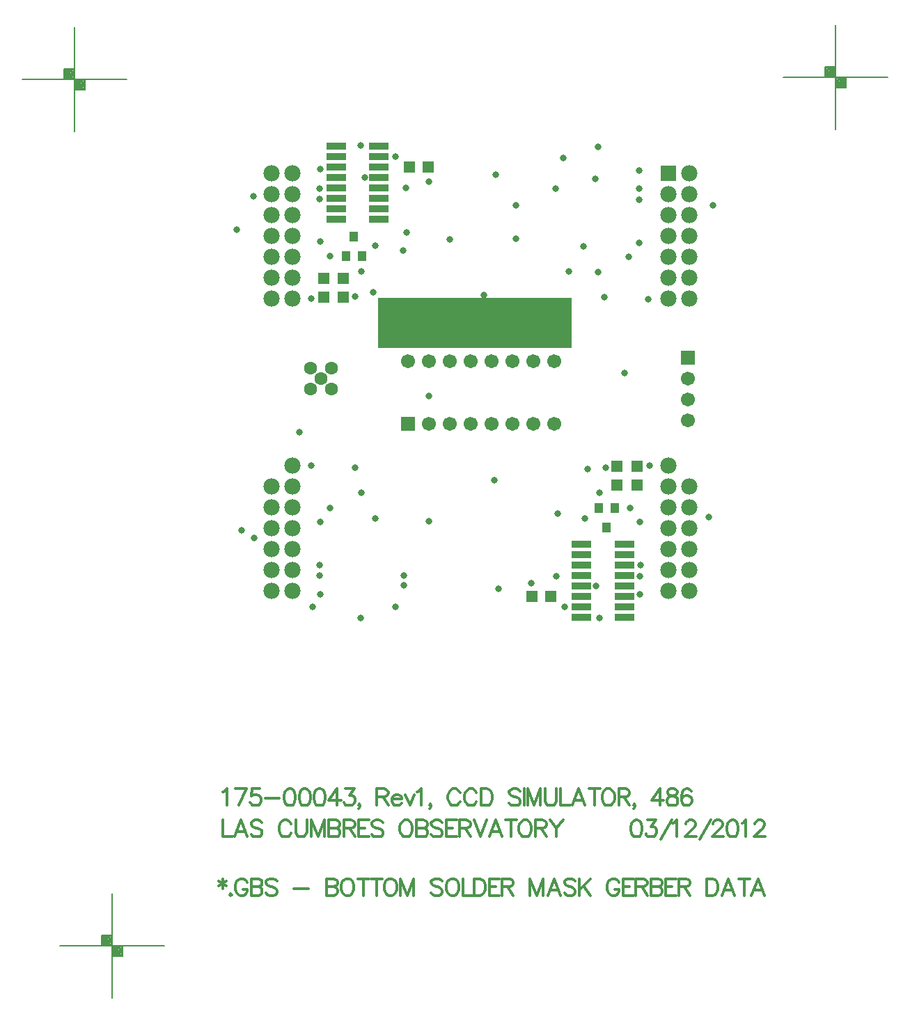
<source format=gbs>
%FSLAX23Y23*%
%MOIN*%
G70*
G01*
G75*
G04 Layer_Color=16711935*
%ADD10R,0.070X0.135*%
%ADD11R,0.087X0.024*%
%ADD12R,0.135X0.070*%
%ADD13R,0.050X0.050*%
%ADD14R,0.050X0.050*%
%ADD15R,0.035X0.037*%
%ADD16R,0.035X0.037*%
%ADD17C,0.010*%
%ADD18C,0.012*%
%ADD19C,0.008*%
%ADD20C,0.012*%
%ADD21C,0.012*%
%ADD22R,0.059X0.059*%
%ADD23C,0.059*%
%ADD24C,0.055*%
%ADD25R,0.070X0.070*%
%ADD26C,0.070*%
%ADD27C,0.024*%
%ADD28C,0.040*%
%ADD29C,0.075*%
G04:AMPARAMS|DCode=30|XSize=95.433mil|YSize=95.433mil|CornerRadius=0mil|HoleSize=0mil|Usage=FLASHONLY|Rotation=0.000|XOffset=0mil|YOffset=0mil|HoleType=Round|Shape=Relief|Width=10mil|Gap=10mil|Entries=4|*
%AMTHD30*
7,0,0,0.095,0.075,0.010,45*
%
%ADD30THD30*%
G04:AMPARAMS|DCode=31|XSize=93.465mil|YSize=93.465mil|CornerRadius=0mil|HoleSize=0mil|Usage=FLASHONLY|Rotation=0.000|XOffset=0mil|YOffset=0mil|HoleType=Round|Shape=Relief|Width=10mil|Gap=10mil|Entries=4|*
%AMTHD31*
7,0,0,0.093,0.073,0.010,45*
%
%ADD31THD31*%
%ADD32C,0.073*%
G04:AMPARAMS|DCode=33|XSize=100mil|YSize=100mil|CornerRadius=0mil|HoleSize=0mil|Usage=FLASHONLY|Rotation=0.000|XOffset=0mil|YOffset=0mil|HoleType=Round|Shape=Relief|Width=10mil|Gap=10mil|Entries=4|*
%AMTHD33*
7,0,0,0.100,0.080,0.010,45*
%
%ADD33THD33*%
%ADD34C,0.080*%
%ADD35C,0.050*%
G04:AMPARAMS|DCode=36|XSize=70mil|YSize=70mil|CornerRadius=0mil|HoleSize=0mil|Usage=FLASHONLY|Rotation=0.000|XOffset=0mil|YOffset=0mil|HoleType=Round|Shape=Relief|Width=10mil|Gap=10mil|Entries=4|*
%AMTHD36*
7,0,0,0.070,0.050,0.010,45*
%
%ADD36THD36*%
%ADD37C,0.005*%
%ADD38C,0.006*%
%ADD39C,0.008*%
%ADD40C,0.010*%
%ADD41C,0.024*%
%ADD42C,0.010*%
%ADD43C,0.007*%
%ADD44R,0.169X0.072*%
%ADD45R,0.078X0.143*%
%ADD46R,0.095X0.032*%
%ADD47R,0.143X0.078*%
%ADD48R,0.058X0.058*%
%ADD49R,0.058X0.058*%
%ADD50R,0.043X0.045*%
%ADD51R,0.043X0.045*%
%ADD52R,0.067X0.067*%
%ADD53C,0.067*%
%ADD54C,0.063*%
%ADD55R,0.078X0.078*%
%ADD56C,0.078*%
%ADD57C,0.032*%
%ADD58R,0.927X0.242*%
D18*
X14113Y6377D02*
Y6331D01*
X14094Y6366D02*
X14132Y6343D01*
Y6366D02*
X14094Y6343D01*
X14152Y6305D02*
X14148Y6301D01*
X14152Y6297D01*
X14156Y6301D01*
X14152Y6305D01*
X14231Y6358D02*
X14227Y6366D01*
X14219Y6373D01*
X14212Y6377D01*
X14196D01*
X14189Y6373D01*
X14181Y6366D01*
X14177Y6358D01*
X14174Y6347D01*
Y6327D01*
X14177Y6316D01*
X14181Y6308D01*
X14189Y6301D01*
X14196Y6297D01*
X14212D01*
X14219Y6301D01*
X14227Y6308D01*
X14231Y6316D01*
Y6327D01*
X14212D02*
X14231D01*
X14249Y6377D02*
Y6297D01*
Y6377D02*
X14283D01*
X14295Y6373D01*
X14299Y6369D01*
X14302Y6362D01*
Y6354D01*
X14299Y6347D01*
X14295Y6343D01*
X14283Y6339D01*
X14249D02*
X14283D01*
X14295Y6335D01*
X14299Y6331D01*
X14302Y6324D01*
Y6312D01*
X14299Y6305D01*
X14295Y6301D01*
X14283Y6297D01*
X14249D01*
X14374Y6366D02*
X14366Y6373D01*
X14355Y6377D01*
X14339D01*
X14328Y6373D01*
X14320Y6366D01*
Y6358D01*
X14324Y6350D01*
X14328Y6347D01*
X14335Y6343D01*
X14358Y6335D01*
X14366Y6331D01*
X14370Y6327D01*
X14374Y6320D01*
Y6308D01*
X14366Y6301D01*
X14355Y6297D01*
X14339D01*
X14328Y6301D01*
X14320Y6308D01*
X14454Y6331D02*
X14523D01*
X14609Y6377D02*
Y6297D01*
Y6377D02*
X14644D01*
X14655Y6373D01*
X14659Y6369D01*
X14663Y6362D01*
Y6354D01*
X14659Y6347D01*
X14655Y6343D01*
X14644Y6339D01*
X14609D02*
X14644D01*
X14655Y6335D01*
X14659Y6331D01*
X14663Y6324D01*
Y6312D01*
X14659Y6305D01*
X14655Y6301D01*
X14644Y6297D01*
X14609D01*
X14703Y6377D02*
X14696Y6373D01*
X14688Y6366D01*
X14684Y6358D01*
X14681Y6347D01*
Y6327D01*
X14684Y6316D01*
X14688Y6308D01*
X14696Y6301D01*
X14703Y6297D01*
X14719D01*
X14726Y6301D01*
X14734Y6308D01*
X14738Y6316D01*
X14741Y6327D01*
Y6347D01*
X14738Y6358D01*
X14734Y6366D01*
X14726Y6373D01*
X14719Y6377D01*
X14703D01*
X14787D02*
Y6297D01*
X14760Y6377D02*
X14813D01*
X14850D02*
Y6297D01*
X14823Y6377D02*
X14876D01*
X14909D02*
X14901Y6373D01*
X14893Y6366D01*
X14890Y6358D01*
X14886Y6347D01*
Y6327D01*
X14890Y6316D01*
X14893Y6308D01*
X14901Y6301D01*
X14909Y6297D01*
X14924D01*
X14932Y6301D01*
X14939Y6308D01*
X14943Y6316D01*
X14947Y6327D01*
Y6347D01*
X14943Y6358D01*
X14939Y6366D01*
X14932Y6373D01*
X14924Y6377D01*
X14909D01*
X14965D02*
Y6297D01*
Y6377D02*
X14996Y6297D01*
X15026Y6377D02*
X14996Y6297D01*
X15026Y6377D02*
Y6297D01*
X15165Y6366D02*
X15158Y6373D01*
X15146Y6377D01*
X15131D01*
X15120Y6373D01*
X15112Y6366D01*
Y6358D01*
X15116Y6350D01*
X15120Y6347D01*
X15127Y6343D01*
X15150Y6335D01*
X15158Y6331D01*
X15162Y6327D01*
X15165Y6320D01*
Y6308D01*
X15158Y6301D01*
X15146Y6297D01*
X15131D01*
X15120Y6301D01*
X15112Y6308D01*
X15206Y6377D02*
X15199Y6373D01*
X15191Y6366D01*
X15187Y6358D01*
X15183Y6347D01*
Y6327D01*
X15187Y6316D01*
X15191Y6308D01*
X15199Y6301D01*
X15206Y6297D01*
X15221D01*
X15229Y6301D01*
X15237Y6308D01*
X15240Y6316D01*
X15244Y6327D01*
Y6347D01*
X15240Y6358D01*
X15237Y6366D01*
X15229Y6373D01*
X15221Y6377D01*
X15206D01*
X15263D02*
Y6297D01*
X15309D01*
X15317Y6377D02*
Y6297D01*
Y6377D02*
X15344D01*
X15355Y6373D01*
X15363Y6366D01*
X15367Y6358D01*
X15371Y6347D01*
Y6327D01*
X15367Y6316D01*
X15363Y6308D01*
X15355Y6301D01*
X15344Y6297D01*
X15317D01*
X15438Y6377D02*
X15389D01*
Y6297D01*
X15438D01*
X15389Y6339D02*
X15419D01*
X15451Y6377D02*
Y6297D01*
Y6377D02*
X15486D01*
X15497Y6373D01*
X15501Y6369D01*
X15505Y6362D01*
Y6354D01*
X15501Y6347D01*
X15497Y6343D01*
X15486Y6339D01*
X15451D01*
X15478D02*
X15505Y6297D01*
X15585Y6377D02*
Y6297D01*
Y6377D02*
X15616Y6297D01*
X15646Y6377D02*
X15616Y6297D01*
X15646Y6377D02*
Y6297D01*
X15730D02*
X15700Y6377D01*
X15669Y6297D01*
X15681Y6324D02*
X15719D01*
X15802Y6366D02*
X15795Y6373D01*
X15783Y6377D01*
X15768D01*
X15757Y6373D01*
X15749Y6366D01*
Y6358D01*
X15753Y6350D01*
X15757Y6347D01*
X15764Y6343D01*
X15787Y6335D01*
X15795Y6331D01*
X15798Y6327D01*
X15802Y6320D01*
Y6308D01*
X15795Y6301D01*
X15783Y6297D01*
X15768D01*
X15757Y6301D01*
X15749Y6308D01*
X15820Y6377D02*
Y6297D01*
X15873Y6377D02*
X15820Y6324D01*
X15839Y6343D02*
X15873Y6297D01*
X16011Y6358D02*
X16007Y6366D01*
X16000Y6373D01*
X15992Y6377D01*
X15977D01*
X15969Y6373D01*
X15962Y6366D01*
X15958Y6358D01*
X15954Y6347D01*
Y6327D01*
X15958Y6316D01*
X15962Y6308D01*
X15969Y6301D01*
X15977Y6297D01*
X15992D01*
X16000Y6301D01*
X16007Y6308D01*
X16011Y6316D01*
Y6327D01*
X15992D02*
X16011D01*
X16079Y6377D02*
X16030D01*
Y6297D01*
X16079D01*
X16030Y6339D02*
X16060D01*
X16092Y6377D02*
Y6297D01*
Y6377D02*
X16127D01*
X16138Y6373D01*
X16142Y6369D01*
X16146Y6362D01*
Y6354D01*
X16142Y6347D01*
X16138Y6343D01*
X16127Y6339D01*
X16092D01*
X16119D02*
X16146Y6297D01*
X16164Y6377D02*
Y6297D01*
Y6377D02*
X16198D01*
X16209Y6373D01*
X16213Y6369D01*
X16217Y6362D01*
Y6354D01*
X16213Y6347D01*
X16209Y6343D01*
X16198Y6339D01*
X16164D02*
X16198D01*
X16209Y6335D01*
X16213Y6331D01*
X16217Y6324D01*
Y6312D01*
X16213Y6305D01*
X16209Y6301D01*
X16198Y6297D01*
X16164D01*
X16284Y6377D02*
X16235D01*
Y6297D01*
X16284D01*
X16235Y6339D02*
X16265D01*
X16298Y6377D02*
Y6297D01*
Y6377D02*
X16332D01*
X16343Y6373D01*
X16347Y6369D01*
X16351Y6362D01*
Y6354D01*
X16347Y6347D01*
X16343Y6343D01*
X16332Y6339D01*
X16298D01*
X16324D02*
X16351Y6297D01*
X16432Y6377D02*
Y6297D01*
Y6377D02*
X16458D01*
X16470Y6373D01*
X16477Y6366D01*
X16481Y6358D01*
X16485Y6347D01*
Y6327D01*
X16481Y6316D01*
X16477Y6308D01*
X16470Y6301D01*
X16458Y6297D01*
X16432D01*
X16564D02*
X16533Y6377D01*
X16503Y6297D01*
X16514Y6324D02*
X16553D01*
X16609Y6377D02*
Y6297D01*
X16583Y6377D02*
X16636D01*
X16706Y6297D02*
X16676Y6377D01*
X16645Y6297D01*
X16657Y6324D02*
X16695D01*
D19*
X16796Y10217D02*
X17296D01*
X17046Y9967D02*
Y10467D01*
X17096Y10167D02*
Y10217D01*
X17046Y10167D02*
X17096D01*
X16996Y10217D02*
Y10267D01*
X17046D01*
X17001Y10222D02*
X17041D01*
X17001D02*
Y10262D01*
X17041D01*
Y10222D02*
Y10262D01*
X17006Y10227D02*
X17036D01*
X17006D02*
Y10257D01*
X17036D01*
Y10232D02*
Y10257D01*
X17011Y10232D02*
X17031D01*
X17011D02*
Y10252D01*
X17031D01*
Y10237D02*
Y10252D01*
X17016Y10237D02*
X17026D01*
X17016D02*
Y10247D01*
X17026D01*
Y10237D02*
Y10247D01*
X17016Y10242D02*
X17026D01*
X17051Y10172D02*
X17091D01*
X17051D02*
Y10212D01*
X17091D01*
Y10172D02*
Y10212D01*
X17056Y10177D02*
X17086D01*
X17056D02*
Y10207D01*
X17086D01*
Y10182D02*
Y10207D01*
X17061Y10182D02*
X17081D01*
X17061D02*
Y10202D01*
X17081D01*
Y10187D02*
Y10202D01*
X17066Y10187D02*
X17076D01*
X17066D02*
Y10197D01*
X17076D01*
Y10187D02*
Y10197D01*
X17066Y10192D02*
X17076D01*
X13155Y10207D02*
X13655D01*
X13405Y9957D02*
Y10457D01*
X13455Y10157D02*
Y10207D01*
X13405Y10157D02*
X13455D01*
X13355Y10207D02*
Y10257D01*
X13405D01*
X13360Y10212D02*
X13400D01*
X13360D02*
Y10252D01*
X13400D01*
Y10212D02*
Y10252D01*
X13365Y10217D02*
X13395D01*
X13365D02*
Y10247D01*
X13395D01*
Y10222D02*
Y10247D01*
X13370Y10222D02*
X13390D01*
X13370D02*
Y10242D01*
X13390D01*
Y10227D02*
Y10242D01*
X13375Y10227D02*
X13385D01*
X13375D02*
Y10237D01*
X13385D01*
Y10227D02*
Y10237D01*
X13375Y10232D02*
X13385D01*
X13410Y10162D02*
X13450D01*
X13410D02*
Y10202D01*
X13450D01*
Y10162D02*
Y10202D01*
X13415Y10167D02*
X13445D01*
X13415D02*
Y10197D01*
X13445D01*
Y10172D02*
Y10197D01*
X13420Y10172D02*
X13440D01*
X13420D02*
Y10192D01*
X13440D01*
Y10177D02*
Y10192D01*
X13425Y10177D02*
X13435D01*
X13425D02*
Y10187D01*
X13435D01*
Y10177D02*
Y10187D01*
X13425Y10182D02*
X13435D01*
X13334Y6057D02*
X13834D01*
X13584Y5807D02*
Y6307D01*
X13634Y6007D02*
Y6057D01*
X13584Y6007D02*
X13634D01*
X13534Y6057D02*
Y6107D01*
X13584D01*
X13539Y6062D02*
X13579D01*
X13539D02*
Y6102D01*
X13579D01*
Y6062D02*
Y6102D01*
X13544Y6067D02*
X13574D01*
X13544D02*
Y6097D01*
X13574D01*
Y6072D02*
Y6097D01*
X13549Y6072D02*
X13569D01*
X13549D02*
Y6092D01*
X13569D01*
Y6077D02*
Y6092D01*
X13554Y6077D02*
X13564D01*
X13554D02*
Y6087D01*
X13564D01*
Y6077D02*
Y6087D01*
X13554Y6082D02*
X13564D01*
X13589Y6012D02*
X13629D01*
X13589D02*
Y6052D01*
X13629D01*
Y6012D02*
Y6052D01*
X13594Y6017D02*
X13624D01*
X13594D02*
Y6047D01*
X13624D01*
Y6022D02*
Y6047D01*
X13599Y6022D02*
X13619D01*
X13599D02*
Y6042D01*
X13619D01*
Y6027D02*
Y6042D01*
X13604Y6027D02*
X13614D01*
X13604D02*
Y6037D01*
X13614D01*
Y6027D02*
Y6037D01*
X13604Y6032D02*
X13614D01*
D20*
X14115Y6658D02*
Y6578D01*
X14161D01*
X14230D02*
X14200Y6658D01*
X14169Y6578D01*
X14181Y6604D02*
X14219D01*
X14302Y6646D02*
X14295Y6654D01*
X14283Y6658D01*
X14268D01*
X14257Y6654D01*
X14249Y6646D01*
Y6639D01*
X14253Y6631D01*
X14257Y6627D01*
X14264Y6623D01*
X14287Y6616D01*
X14295Y6612D01*
X14299Y6608D01*
X14302Y6600D01*
Y6589D01*
X14295Y6581D01*
X14283Y6578D01*
X14268D01*
X14257Y6581D01*
X14249Y6589D01*
X14440Y6639D02*
X14436Y6646D01*
X14429Y6654D01*
X14421Y6658D01*
X14406D01*
X14398Y6654D01*
X14391Y6646D01*
X14387Y6639D01*
X14383Y6627D01*
Y6608D01*
X14387Y6597D01*
X14391Y6589D01*
X14398Y6581D01*
X14406Y6578D01*
X14421D01*
X14429Y6581D01*
X14436Y6589D01*
X14440Y6597D01*
X14463Y6658D02*
Y6600D01*
X14467Y6589D01*
X14474Y6581D01*
X14486Y6578D01*
X14493D01*
X14505Y6581D01*
X14512Y6589D01*
X14516Y6600D01*
Y6658D01*
X14538D02*
Y6578D01*
Y6658D02*
X14569Y6578D01*
X14599Y6658D02*
X14569Y6578D01*
X14599Y6658D02*
Y6578D01*
X14622Y6658D02*
Y6578D01*
Y6658D02*
X14656D01*
X14668Y6654D01*
X14671Y6650D01*
X14675Y6642D01*
Y6635D01*
X14671Y6627D01*
X14668Y6623D01*
X14656Y6619D01*
X14622D02*
X14656D01*
X14668Y6616D01*
X14671Y6612D01*
X14675Y6604D01*
Y6593D01*
X14671Y6585D01*
X14668Y6581D01*
X14656Y6578D01*
X14622D01*
X14693Y6658D02*
Y6578D01*
Y6658D02*
X14727D01*
X14739Y6654D01*
X14743Y6650D01*
X14747Y6642D01*
Y6635D01*
X14743Y6627D01*
X14739Y6623D01*
X14727Y6619D01*
X14693D01*
X14720D02*
X14747Y6578D01*
X14814Y6658D02*
X14764D01*
Y6578D01*
X14814D01*
X14764Y6619D02*
X14795D01*
X14881Y6646D02*
X14873Y6654D01*
X14862Y6658D01*
X14846D01*
X14835Y6654D01*
X14827Y6646D01*
Y6639D01*
X14831Y6631D01*
X14835Y6627D01*
X14842Y6623D01*
X14865Y6616D01*
X14873Y6612D01*
X14877Y6608D01*
X14881Y6600D01*
Y6589D01*
X14873Y6581D01*
X14862Y6578D01*
X14846D01*
X14835Y6581D01*
X14827Y6589D01*
X14984Y6658D02*
X14977Y6654D01*
X14969Y6646D01*
X14965Y6639D01*
X14961Y6627D01*
Y6608D01*
X14965Y6597D01*
X14969Y6589D01*
X14977Y6581D01*
X14984Y6578D01*
X14999D01*
X15007Y6581D01*
X15015Y6589D01*
X15018Y6597D01*
X15022Y6608D01*
Y6627D01*
X15018Y6639D01*
X15015Y6646D01*
X15007Y6654D01*
X14999Y6658D01*
X14984D01*
X15041D02*
Y6578D01*
Y6658D02*
X15075D01*
X15087Y6654D01*
X15090Y6650D01*
X15094Y6642D01*
Y6635D01*
X15090Y6627D01*
X15087Y6623D01*
X15075Y6619D01*
X15041D02*
X15075D01*
X15087Y6616D01*
X15090Y6612D01*
X15094Y6604D01*
Y6593D01*
X15090Y6585D01*
X15087Y6581D01*
X15075Y6578D01*
X15041D01*
X15165Y6646D02*
X15158Y6654D01*
X15146Y6658D01*
X15131D01*
X15120Y6654D01*
X15112Y6646D01*
Y6639D01*
X15116Y6631D01*
X15120Y6627D01*
X15127Y6623D01*
X15150Y6616D01*
X15158Y6612D01*
X15162Y6608D01*
X15165Y6600D01*
Y6589D01*
X15158Y6581D01*
X15146Y6578D01*
X15131D01*
X15120Y6581D01*
X15112Y6589D01*
X15233Y6658D02*
X15183D01*
Y6578D01*
X15233D01*
X15183Y6619D02*
X15214D01*
X15246Y6658D02*
Y6578D01*
Y6658D02*
X15280D01*
X15292Y6654D01*
X15296Y6650D01*
X15300Y6642D01*
Y6635D01*
X15296Y6627D01*
X15292Y6623D01*
X15280Y6619D01*
X15246D01*
X15273D02*
X15300Y6578D01*
X15317Y6658D02*
X15348Y6578D01*
X15378Y6658D02*
X15348Y6578D01*
X15450D02*
X15419Y6658D01*
X15389Y6578D01*
X15400Y6604D02*
X15438D01*
X15495Y6658D02*
Y6578D01*
X15468Y6658D02*
X15522D01*
X15554D02*
X15546Y6654D01*
X15539Y6646D01*
X15535Y6639D01*
X15531Y6627D01*
Y6608D01*
X15535Y6597D01*
X15539Y6589D01*
X15546Y6581D01*
X15554Y6578D01*
X15569D01*
X15577Y6581D01*
X15584Y6589D01*
X15588Y6597D01*
X15592Y6608D01*
Y6627D01*
X15588Y6639D01*
X15584Y6646D01*
X15577Y6654D01*
X15569Y6658D01*
X15554D01*
X15611D02*
Y6578D01*
Y6658D02*
X15645D01*
X15656Y6654D01*
X15660Y6650D01*
X15664Y6642D01*
Y6635D01*
X15660Y6627D01*
X15656Y6623D01*
X15645Y6619D01*
X15611D01*
X15637D02*
X15664Y6578D01*
X15682Y6658D02*
X15712Y6619D01*
Y6578D01*
X15743Y6658D02*
X15712Y6619D01*
X16090Y6658D02*
X16079Y6654D01*
X16071Y6642D01*
X16067Y6623D01*
Y6612D01*
X16071Y6593D01*
X16079Y6581D01*
X16090Y6578D01*
X16098D01*
X16109Y6581D01*
X16117Y6593D01*
X16121Y6612D01*
Y6623D01*
X16117Y6642D01*
X16109Y6654D01*
X16098Y6658D01*
X16090D01*
X16146D02*
X16188D01*
X16165Y6627D01*
X16177D01*
X16184Y6623D01*
X16188Y6619D01*
X16192Y6608D01*
Y6600D01*
X16188Y6589D01*
X16180Y6581D01*
X16169Y6578D01*
X16158D01*
X16146Y6581D01*
X16142Y6585D01*
X16139Y6593D01*
X16210Y6566D02*
X16263Y6658D01*
X16268Y6642D02*
X16276Y6646D01*
X16288Y6658D01*
Y6578D01*
X16331Y6639D02*
Y6642D01*
X16335Y6650D01*
X16339Y6654D01*
X16346Y6658D01*
X16361D01*
X16369Y6654D01*
X16373Y6650D01*
X16377Y6642D01*
Y6635D01*
X16373Y6627D01*
X16365Y6616D01*
X16327Y6578D01*
X16380D01*
X16398Y6566D02*
X16452Y6658D01*
X16461Y6639D02*
Y6642D01*
X16465Y6650D01*
X16468Y6654D01*
X16476Y6658D01*
X16491D01*
X16499Y6654D01*
X16503Y6650D01*
X16507Y6642D01*
Y6635D01*
X16503Y6627D01*
X16495Y6616D01*
X16457Y6578D01*
X16510D01*
X16551Y6658D02*
X16540Y6654D01*
X16532Y6642D01*
X16528Y6623D01*
Y6612D01*
X16532Y6593D01*
X16540Y6581D01*
X16551Y6578D01*
X16559D01*
X16570Y6581D01*
X16578Y6593D01*
X16582Y6612D01*
Y6623D01*
X16578Y6642D01*
X16570Y6654D01*
X16559Y6658D01*
X16551D01*
X16599Y6642D02*
X16607Y6646D01*
X16618Y6658D01*
Y6578D01*
X16662Y6639D02*
Y6642D01*
X16666Y6650D01*
X16670Y6654D01*
X16677Y6658D01*
X16692D01*
X16700Y6654D01*
X16704Y6650D01*
X16708Y6642D01*
Y6635D01*
X16704Y6627D01*
X16696Y6616D01*
X16658Y6578D01*
X16711D01*
D21*
X14115Y6792D02*
X14123Y6796D01*
X14134Y6808D01*
Y6728D01*
X14227Y6808D02*
X14189Y6728D01*
X14174Y6808D02*
X14227D01*
X14291D02*
X14253D01*
X14249Y6773D01*
X14253Y6777D01*
X14264Y6781D01*
X14275D01*
X14287Y6777D01*
X14294Y6769D01*
X14298Y6758D01*
Y6750D01*
X14294Y6739D01*
X14287Y6731D01*
X14275Y6728D01*
X14264D01*
X14253Y6731D01*
X14249Y6735D01*
X14245Y6743D01*
X14316Y6762D02*
X14385D01*
X14431Y6808D02*
X14420Y6804D01*
X14412Y6792D01*
X14408Y6773D01*
Y6762D01*
X14412Y6743D01*
X14420Y6731D01*
X14431Y6728D01*
X14439D01*
X14450Y6731D01*
X14458Y6743D01*
X14462Y6762D01*
Y6773D01*
X14458Y6792D01*
X14450Y6804D01*
X14439Y6808D01*
X14431D01*
X14502D02*
X14491Y6804D01*
X14483Y6792D01*
X14480Y6773D01*
Y6762D01*
X14483Y6743D01*
X14491Y6731D01*
X14502Y6728D01*
X14510D01*
X14521Y6731D01*
X14529Y6743D01*
X14533Y6762D01*
Y6773D01*
X14529Y6792D01*
X14521Y6804D01*
X14510Y6808D01*
X14502D01*
X14574D02*
X14562Y6804D01*
X14555Y6792D01*
X14551Y6773D01*
Y6762D01*
X14555Y6743D01*
X14562Y6731D01*
X14574Y6728D01*
X14581D01*
X14593Y6731D01*
X14600Y6743D01*
X14604Y6762D01*
Y6773D01*
X14600Y6792D01*
X14593Y6804D01*
X14581Y6808D01*
X14574D01*
X14660D02*
X14622Y6754D01*
X14679D01*
X14660Y6808D02*
Y6728D01*
X14701Y6808D02*
X14743D01*
X14720Y6777D01*
X14731D01*
X14739Y6773D01*
X14743Y6769D01*
X14747Y6758D01*
Y6750D01*
X14743Y6739D01*
X14735Y6731D01*
X14724Y6728D01*
X14712D01*
X14701Y6731D01*
X14697Y6735D01*
X14693Y6743D01*
X14772Y6731D02*
X14768Y6728D01*
X14764Y6731D01*
X14768Y6735D01*
X14772Y6731D01*
Y6724D01*
X14768Y6716D01*
X14764Y6712D01*
X14852Y6808D02*
Y6728D01*
Y6808D02*
X14887D01*
X14898Y6804D01*
X14902Y6800D01*
X14906Y6792D01*
Y6785D01*
X14902Y6777D01*
X14898Y6773D01*
X14887Y6769D01*
X14852D01*
X14879D02*
X14906Y6728D01*
X14924Y6758D02*
X14969D01*
Y6766D01*
X14966Y6773D01*
X14962Y6777D01*
X14954Y6781D01*
X14943D01*
X14935Y6777D01*
X14927Y6769D01*
X14924Y6758D01*
Y6750D01*
X14927Y6739D01*
X14935Y6731D01*
X14943Y6728D01*
X14954D01*
X14962Y6731D01*
X14969Y6739D01*
X14986Y6781D02*
X15009Y6728D01*
X15032Y6781D02*
X15009Y6728D01*
X15045Y6792D02*
X15053Y6796D01*
X15064Y6808D01*
Y6728D01*
X15111Y6731D02*
X15108Y6728D01*
X15104Y6731D01*
X15108Y6735D01*
X15111Y6731D01*
Y6724D01*
X15108Y6716D01*
X15104Y6712D01*
X15249Y6789D02*
X15245Y6796D01*
X15237Y6804D01*
X15230Y6808D01*
X15215D01*
X15207Y6804D01*
X15199Y6796D01*
X15196Y6789D01*
X15192Y6777D01*
Y6758D01*
X15196Y6747D01*
X15199Y6739D01*
X15207Y6731D01*
X15215Y6728D01*
X15230D01*
X15237Y6731D01*
X15245Y6739D01*
X15249Y6747D01*
X15328Y6789D02*
X15325Y6796D01*
X15317Y6804D01*
X15309Y6808D01*
X15294D01*
X15287Y6804D01*
X15279Y6796D01*
X15275Y6789D01*
X15271Y6777D01*
Y6758D01*
X15275Y6747D01*
X15279Y6739D01*
X15287Y6731D01*
X15294Y6728D01*
X15309D01*
X15317Y6731D01*
X15325Y6739D01*
X15328Y6747D01*
X15351Y6808D02*
Y6728D01*
Y6808D02*
X15378D01*
X15389Y6804D01*
X15397Y6796D01*
X15400Y6789D01*
X15404Y6777D01*
Y6758D01*
X15400Y6747D01*
X15397Y6739D01*
X15389Y6731D01*
X15378Y6728D01*
X15351D01*
X15538Y6796D02*
X15531Y6804D01*
X15519Y6808D01*
X15504D01*
X15493Y6804D01*
X15485Y6796D01*
Y6789D01*
X15489Y6781D01*
X15493Y6777D01*
X15500Y6773D01*
X15523Y6766D01*
X15531Y6762D01*
X15535Y6758D01*
X15538Y6750D01*
Y6739D01*
X15531Y6731D01*
X15519Y6728D01*
X15504D01*
X15493Y6731D01*
X15485Y6739D01*
X15556Y6808D02*
Y6728D01*
X15573Y6808D02*
Y6728D01*
Y6808D02*
X15603Y6728D01*
X15634Y6808D02*
X15603Y6728D01*
X15634Y6808D02*
Y6728D01*
X15657Y6808D02*
Y6750D01*
X15661Y6739D01*
X15668Y6731D01*
X15680Y6728D01*
X15687D01*
X15699Y6731D01*
X15706Y6739D01*
X15710Y6750D01*
Y6808D01*
X15732D02*
Y6728D01*
X15778D01*
X15848D02*
X15817Y6808D01*
X15787Y6728D01*
X15798Y6754D02*
X15836D01*
X15893Y6808D02*
Y6728D01*
X15866Y6808D02*
X15920D01*
X15952D02*
X15944Y6804D01*
X15937Y6796D01*
X15933Y6789D01*
X15929Y6777D01*
Y6758D01*
X15933Y6747D01*
X15937Y6739D01*
X15944Y6731D01*
X15952Y6728D01*
X15967D01*
X15975Y6731D01*
X15982Y6739D01*
X15986Y6747D01*
X15990Y6758D01*
Y6777D01*
X15986Y6789D01*
X15982Y6796D01*
X15975Y6804D01*
X15967Y6808D01*
X15952D01*
X16009D02*
Y6728D01*
Y6808D02*
X16043D01*
X16054Y6804D01*
X16058Y6800D01*
X16062Y6792D01*
Y6785D01*
X16058Y6777D01*
X16054Y6773D01*
X16043Y6769D01*
X16009D01*
X16035D02*
X16062Y6728D01*
X16088Y6731D02*
X16084Y6728D01*
X16080Y6731D01*
X16084Y6735D01*
X16088Y6731D01*
Y6724D01*
X16084Y6716D01*
X16080Y6712D01*
X16206Y6808D02*
X16168Y6754D01*
X16225D01*
X16206Y6808D02*
Y6728D01*
X16258Y6808D02*
X16247Y6804D01*
X16243Y6796D01*
Y6789D01*
X16247Y6781D01*
X16254Y6777D01*
X16270Y6773D01*
X16281Y6769D01*
X16289Y6762D01*
X16292Y6754D01*
Y6743D01*
X16289Y6735D01*
X16285Y6731D01*
X16273Y6728D01*
X16258D01*
X16247Y6731D01*
X16243Y6735D01*
X16239Y6743D01*
Y6754D01*
X16243Y6762D01*
X16251Y6769D01*
X16262Y6773D01*
X16277Y6777D01*
X16285Y6781D01*
X16289Y6789D01*
Y6796D01*
X16285Y6804D01*
X16273Y6808D01*
X16258D01*
X16356Y6796D02*
X16352Y6804D01*
X16341Y6808D01*
X16333D01*
X16322Y6804D01*
X16314Y6792D01*
X16310Y6773D01*
Y6754D01*
X16314Y6739D01*
X16322Y6731D01*
X16333Y6728D01*
X16337D01*
X16348Y6731D01*
X16356Y6739D01*
X16360Y6750D01*
Y6754D01*
X16356Y6766D01*
X16348Y6773D01*
X16337Y6777D01*
X16333D01*
X16322Y6773D01*
X16314Y6766D01*
X16310Y6754D01*
D46*
X15832Y7628D02*
D03*
Y7678D02*
D03*
Y7728D02*
D03*
Y7778D02*
D03*
Y7828D02*
D03*
Y7878D02*
D03*
Y7928D02*
D03*
Y7978D02*
D03*
X16037Y7628D02*
D03*
Y7678D02*
D03*
Y7728D02*
D03*
Y7778D02*
D03*
Y7828D02*
D03*
Y7878D02*
D03*
Y7928D02*
D03*
Y7978D02*
D03*
X14861Y9886D02*
D03*
Y9836D02*
D03*
Y9786D02*
D03*
Y9736D02*
D03*
Y9686D02*
D03*
Y9636D02*
D03*
Y9586D02*
D03*
Y9536D02*
D03*
X14656Y9886D02*
D03*
Y9836D02*
D03*
Y9786D02*
D03*
Y9736D02*
D03*
Y9686D02*
D03*
Y9636D02*
D03*
Y9586D02*
D03*
Y9536D02*
D03*
D48*
X15684Y7729D02*
D03*
X15594D02*
D03*
X15008Y9785D02*
D03*
X15098D02*
D03*
D49*
X16096Y8262D02*
D03*
Y8352D02*
D03*
X14596Y9252D02*
D03*
Y9162D02*
D03*
X16001Y8262D02*
D03*
Y8352D02*
D03*
X14691Y9252D02*
D03*
Y9162D02*
D03*
D50*
X15951Y8061D02*
D03*
X15914Y8153D02*
D03*
X14741Y9453D02*
D03*
X14779Y9361D02*
D03*
D51*
X15989Y8153D02*
D03*
X14704Y9361D02*
D03*
D52*
X14999Y8557D02*
D03*
X16342Y8874D02*
D03*
D53*
X15099Y8557D02*
D03*
X15199D02*
D03*
X15299D02*
D03*
X15399D02*
D03*
X15499D02*
D03*
X15599D02*
D03*
X15699D02*
D03*
X14999Y8857D02*
D03*
X15099D02*
D03*
X15199D02*
D03*
X15299D02*
D03*
X15399D02*
D03*
X15499D02*
D03*
X15599D02*
D03*
X15699D02*
D03*
X16342Y8574D02*
D03*
Y8674D02*
D03*
Y8774D02*
D03*
D54*
X14635Y8722D02*
D03*
X14535D02*
D03*
Y8822D02*
D03*
X14635D02*
D03*
X14585Y8772D02*
D03*
D55*
X16246Y9757D02*
D03*
D56*
Y9657D02*
D03*
Y9557D02*
D03*
Y9457D02*
D03*
Y9357D02*
D03*
Y9257D02*
D03*
Y9157D02*
D03*
Y8357D02*
D03*
Y8257D02*
D03*
Y8157D02*
D03*
Y8057D02*
D03*
Y7957D02*
D03*
Y7857D02*
D03*
Y7757D02*
D03*
X16346Y9757D02*
D03*
Y9657D02*
D03*
Y9557D02*
D03*
Y9457D02*
D03*
Y9357D02*
D03*
Y9257D02*
D03*
Y9157D02*
D03*
Y8257D02*
D03*
Y8157D02*
D03*
Y8057D02*
D03*
Y7957D02*
D03*
Y7857D02*
D03*
Y7757D02*
D03*
X14446Y9757D02*
D03*
Y9657D02*
D03*
Y9557D02*
D03*
Y9457D02*
D03*
Y9357D02*
D03*
Y9257D02*
D03*
Y9157D02*
D03*
Y8357D02*
D03*
Y8257D02*
D03*
Y8157D02*
D03*
Y8057D02*
D03*
Y7957D02*
D03*
Y7857D02*
D03*
Y7757D02*
D03*
X14346Y9757D02*
D03*
Y9657D02*
D03*
Y9557D02*
D03*
Y9457D02*
D03*
Y9357D02*
D03*
Y9257D02*
D03*
Y9157D02*
D03*
Y8257D02*
D03*
Y8157D02*
D03*
Y8057D02*
D03*
Y7957D02*
D03*
Y7857D02*
D03*
Y7757D02*
D03*
D57*
X14180Y9487D02*
D03*
X14480Y8516D02*
D03*
X16036Y8800D02*
D03*
X15422Y9749D02*
D03*
X15365Y9173D02*
D03*
X15414Y8287D02*
D03*
X15433Y7766D02*
D03*
X14259Y9647D02*
D03*
X16459Y9603D02*
D03*
X14203Y8045D02*
D03*
X15516Y9603D02*
D03*
Y9442D02*
D03*
X15200Y9441D02*
D03*
X15101Y8089D02*
D03*
Y8688D02*
D03*
X14994Y9473D02*
D03*
X14543Y7681D02*
D03*
X15769Y9285D02*
D03*
X16441Y8111D02*
D03*
X14845Y9410D02*
D03*
X14628Y9361D02*
D03*
X14776Y9287D02*
D03*
X14536Y9157D02*
D03*
X14580Y9428D02*
D03*
X14775Y9888D02*
D03*
X14941Y9835D02*
D03*
X14746Y9167D02*
D03*
X14580Y9775D02*
D03*
X14578Y9634D02*
D03*
X15841Y9406D02*
D03*
X16058Y9357D02*
D03*
X15910Y9283D02*
D03*
X16150Y9153D02*
D03*
X16106Y9424D02*
D03*
X15911Y9884D02*
D03*
X15745Y9831D02*
D03*
X15940Y9163D02*
D03*
X16106Y9771D02*
D03*
X16108Y9630D02*
D03*
X15847Y8104D02*
D03*
X16064Y8153D02*
D03*
X15916Y8227D02*
D03*
X16156Y8357D02*
D03*
X15917Y7626D02*
D03*
X16112Y8086D02*
D03*
X15751Y7679D02*
D03*
X15946Y8347D02*
D03*
X16112Y7739D02*
D03*
X16114Y7880D02*
D03*
X14845Y8104D02*
D03*
X14628Y8153D02*
D03*
X14536Y8357D02*
D03*
X14580Y7739D02*
D03*
Y8086D02*
D03*
X14775Y7626D02*
D03*
X14746Y8347D02*
D03*
X14941Y7679D02*
D03*
X14578Y7880D02*
D03*
X14776Y8227D02*
D03*
X15708Y9683D02*
D03*
X14990Y9686D02*
D03*
X14980Y7828D02*
D03*
X15709Y7827D02*
D03*
X15901Y7778D02*
D03*
X14794Y9735D02*
D03*
X14982Y7782D02*
D03*
X15896Y9731D02*
D03*
X16107Y9682D02*
D03*
X14577Y9684D02*
D03*
X14576Y7830D02*
D03*
X16111Y7827D02*
D03*
X14834Y9187D02*
D03*
X14978Y9386D02*
D03*
X15099Y9716D02*
D03*
X15592Y7792D02*
D03*
X15716Y8127D02*
D03*
X15861Y8339D02*
D03*
X14263Y8008D02*
D03*
D58*
X15322Y9041D02*
D03*
M02*

</source>
